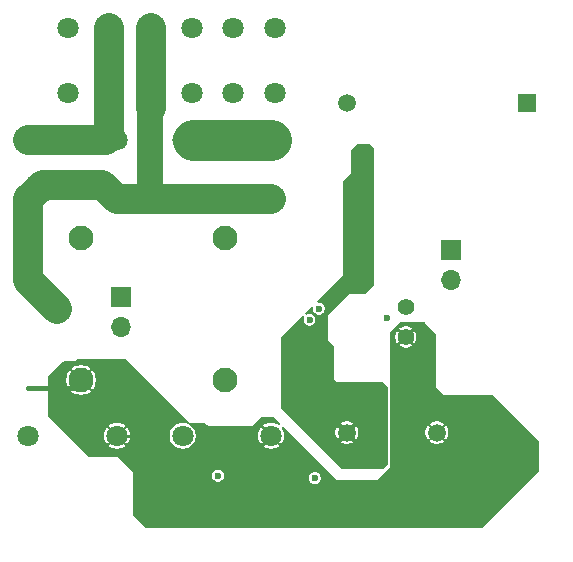
<source format=gbr>
%TF.GenerationSoftware,KiCad,Pcbnew,9.0.0*%
%TF.CreationDate,2025-03-25T19:49:10+01:00*%
%TF.ProjectId,raumtemp_relay,7261756d-7465-46d7-905f-72656c61792e,rev?*%
%TF.SameCoordinates,Original*%
%TF.FileFunction,Copper,L6,Bot*%
%TF.FilePolarity,Positive*%
%FSLAX46Y46*%
G04 Gerber Fmt 4.6, Leading zero omitted, Abs format (unit mm)*
G04 Created by KiCad (PCBNEW 9.0.0) date 2025-03-25 19:49:10*
%MOMM*%
%LPD*%
G01*
G04 APERTURE LIST*
%TA.AperFunction,ComponentPad*%
%ADD10C,1.803400*%
%TD*%
%TA.AperFunction,ComponentPad*%
%ADD11C,1.400000*%
%TD*%
%TA.AperFunction,ComponentPad*%
%ADD12R,1.700000X1.700000*%
%TD*%
%TA.AperFunction,ComponentPad*%
%ADD13O,1.700000X1.700000*%
%TD*%
%TA.AperFunction,ComponentPad*%
%ADD14C,1.800000*%
%TD*%
%TA.AperFunction,ComponentPad*%
%ADD15C,2.100000*%
%TD*%
%TA.AperFunction,ComponentPad*%
%ADD16R,1.508000X1.508000*%
%TD*%
%TA.AperFunction,ComponentPad*%
%ADD17C,1.508000*%
%TD*%
%TA.AperFunction,ViaPad*%
%ADD18C,0.600000*%
%TD*%
%TA.AperFunction,Conductor*%
%ADD19C,2.500000*%
%TD*%
%TA.AperFunction,Conductor*%
%ADD20C,0.250000*%
%TD*%
%TA.AperFunction,Conductor*%
%ADD21C,0.400000*%
%TD*%
%TA.AperFunction,Conductor*%
%ADD22C,2.200000*%
%TD*%
%TA.AperFunction,Conductor*%
%ADD23C,3.500000*%
%TD*%
G04 APERTURE END LIST*
D10*
%TO.P,K3,1,1*%
%TO.N,Net-(D2-A)*%
X135725000Y-99180000D03*
%TO.P,K3,3,3*%
%TO.N,Net-(J1-3)*%
X135725000Y-79180000D03*
%TO.P,K3,4,4*%
%TO.N,Net-(J1-6)*%
X135725000Y-74180000D03*
%TO.P,K3,5,5*%
X143225000Y-74180000D03*
%TO.P,K3,6,6*%
%TO.N,Net-(J1-3)*%
X143225000Y-79180000D03*
%TO.P,K3,8,8*%
%TO.N,+VDC*%
X143225000Y-99180000D03*
%TD*%
%TO.P,K2,1,1*%
%TO.N,Net-(D1-A)*%
X122675000Y-99180000D03*
%TO.P,K2,3,3*%
%TO.N,Net-(J1-3)*%
X122675000Y-79180000D03*
%TO.P,K2,4,4*%
%TO.N,Net-(J1-2)*%
X122675000Y-74180000D03*
%TO.P,K2,5,5*%
X130175000Y-74180000D03*
%TO.P,K2,6,6*%
%TO.N,Net-(J1-3)*%
X130175000Y-79180000D03*
%TO.P,K2,8,8*%
%TO.N,+VDC*%
X130175000Y-99180000D03*
%TD*%
D11*
%TO.P,JP1,1,A*%
%TO.N,+VDC*%
X154625000Y-90830000D03*
%TO.P,JP1,2,B*%
%TO.N,+3V3*%
X154625000Y-88290000D03*
%TD*%
D12*
%TO.P,J3,1,Pin_1*%
%TO.N,+3V3*%
X158425000Y-83480000D03*
D13*
%TO.P,J3,2,Pin_2*%
%TO.N,GND*%
X158425000Y-86020000D03*
%TD*%
D12*
%TO.P,J2,1,Pin_1*%
%TO.N,Net-(J2-Pin_1)*%
X130524656Y-87480000D03*
D13*
%TO.P,J2,2,Pin_2*%
%TO.N,Net-(J2-Pin_2)*%
X130524656Y-90020000D03*
%TD*%
D14*
%TO.P,J1,1_A,1*%
%TO.N,Net-(J1-1)*%
X126036723Y-70200000D03*
%TO.P,J1,1_B,1__1*%
X126036723Y-64700000D03*
%TO.P,J1,2_A,2*%
%TO.N,Net-(J1-2)*%
X129536723Y-70200000D03*
%TO.P,J1,2_B,2__1*%
X129536723Y-64700000D03*
%TO.P,J1,3_A,3*%
%TO.N,Net-(J1-3)*%
X133036723Y-70200000D03*
%TO.P,J1,3_B,3__1*%
X133036723Y-64700000D03*
%TO.P,J1,4_A,4*%
%TO.N,Net-(J1-4)*%
X136536723Y-70200000D03*
%TO.P,J1,4_B,4__1*%
X136536723Y-64700000D03*
%TO.P,J1,5_A,5*%
%TO.N,Net-(J1-5)*%
X140036723Y-70200000D03*
%TO.P,J1,5_B,5__1*%
X140036723Y-64700000D03*
%TO.P,J1,6_A,6*%
%TO.N,Net-(J1-6)*%
X143536723Y-70200000D03*
%TO.P,J1,6_B,6__1*%
X143536723Y-64700000D03*
%TD*%
D15*
%TO.P,K1,COIL1*%
%TO.N,+VDC*%
X127125000Y-94480000D03*
%TO.P,K1,COIL2*%
%TO.N,Net-(D1-A)*%
X127125000Y-82480000D03*
%TO.P,K1,COM*%
%TO.N,Net-(J1-3)*%
X125125000Y-88480000D03*
%TO.P,K1,NC*%
%TO.N,Net-(J1-6)*%
X139325000Y-94480000D03*
%TO.P,K1,NO*%
%TO.N,Net-(J1-5)*%
X139325000Y-82480000D03*
%TD*%
D16*
%TO.P,PS1,1,VAC_IN(L)*%
%TO.N,Net-(J1-3)*%
X164864545Y-70981894D03*
D17*
%TO.P,PS1,2,VAC_IN(N)*%
%TO.N,Net-(J1-1)*%
X149624545Y-70981894D03*
%TO.P,PS1,3,-VOUT*%
%TO.N,GND*%
X149624545Y-98921894D03*
%TO.P,PS1,4,+VOUT*%
%TO.N,+VDC*%
X157244545Y-98921894D03*
%TD*%
D18*
%TO.N,+VDC*%
X153050000Y-89255000D03*
X147275000Y-88430000D03*
X146475000Y-89380000D03*
%TO.N,GND*%
X146475000Y-90580000D03*
X146475000Y-91230000D03*
X145125000Y-91430000D03*
X150825000Y-95980000D03*
X149225000Y-86780000D03*
X150125000Y-77380000D03*
%TO.N,+VDC*%
X156025000Y-98280000D03*
X154925000Y-94580000D03*
%TO.N,Net-(J2-Pin_2)*%
X146925000Y-102780000D03*
%TO.N,Net-(J2-Pin_1)*%
X138725000Y-102580000D03*
%TD*%
D19*
%TO.N,Net-(J1-3)*%
X123675000Y-78180000D02*
X122675000Y-79180000D01*
X123875000Y-77930000D02*
X123675000Y-78130000D01*
X128925000Y-77930000D02*
X123875000Y-77930000D01*
X123675000Y-78130000D02*
X123675000Y-78180000D01*
X130175000Y-79180000D02*
X128925000Y-77930000D01*
%TO.N,Net-(J1-2)*%
X129245209Y-74180000D02*
X122675000Y-74180000D01*
X129536723Y-73888486D02*
X129245209Y-74180000D01*
X129536723Y-70200000D02*
X129536723Y-73888486D01*
D20*
%TO.N,+VDC*%
X130175000Y-99180000D02*
X132425000Y-99180000D01*
X132425000Y-99180000D02*
X134125000Y-100880000D01*
X141525000Y-100880000D02*
X143225000Y-99180000D01*
D21*
X122675000Y-95180000D02*
X126425000Y-95180000D01*
D20*
X134125000Y-100880000D02*
X141525000Y-100880000D01*
D21*
X126425000Y-95180000D02*
X127125000Y-94480000D01*
D19*
%TO.N,Net-(J1-3)*%
X133036723Y-64700000D02*
X133036723Y-70200000D01*
X122675000Y-86030000D02*
X125125000Y-88480000D01*
D22*
X132975000Y-71541723D02*
X133036723Y-71480000D01*
D19*
X133025000Y-79097108D02*
X133025000Y-78997108D01*
X133025000Y-78997108D02*
X133042108Y-78980000D01*
X143225000Y-79180000D02*
X135725000Y-79180000D01*
X122675000Y-79180000D02*
X122675000Y-86030000D01*
X133042108Y-78980000D02*
X132975000Y-78912892D01*
X133036723Y-70200000D02*
X133042108Y-70205385D01*
X133036723Y-71480000D02*
X133036723Y-70200000D01*
D22*
X132975000Y-78912892D02*
X132975000Y-71541723D01*
D19*
X135725000Y-79180000D02*
X130175000Y-79180000D01*
%TO.N,Net-(J1-2)*%
X129536723Y-64700000D02*
X129536723Y-70200000D01*
D23*
%TO.N,Net-(J1-6)*%
X136647091Y-74180000D02*
X136634164Y-74167073D01*
X143225000Y-74180000D02*
X136647091Y-74180000D01*
%TD*%
%TA.AperFunction,Conductor*%
%TO.N,GND*%
G36*
X151542183Y-74498907D02*
G01*
X151553996Y-74508996D01*
X151896004Y-74851004D01*
X151923781Y-74905521D01*
X151925000Y-74921008D01*
X151925000Y-86338992D01*
X151906093Y-86397183D01*
X151896004Y-86408996D01*
X151153996Y-87151004D01*
X151099479Y-87178781D01*
X151083992Y-87180000D01*
X149825000Y-87180000D01*
X148025000Y-88980000D01*
X148025000Y-91080000D01*
X148496005Y-91551005D01*
X148523781Y-91605520D01*
X148525000Y-91621007D01*
X148525000Y-94380000D01*
X148825000Y-94680000D01*
X152683992Y-94680000D01*
X152742183Y-94698907D01*
X152753996Y-94708996D01*
X153090504Y-95045504D01*
X153118281Y-95100021D01*
X153119500Y-95115508D01*
X153119500Y-101544492D01*
X153100593Y-101602683D01*
X153090504Y-101614496D01*
X152753996Y-101951004D01*
X152699479Y-101978781D01*
X152683992Y-101980000D01*
X149166008Y-101980000D01*
X149107817Y-101961093D01*
X149096004Y-101951004D01*
X145972930Y-98827930D01*
X148670545Y-98827930D01*
X148670545Y-99015857D01*
X148707207Y-99200165D01*
X148707207Y-99200167D01*
X148779119Y-99373779D01*
X148823457Y-99440137D01*
X149156525Y-99107068D01*
X149158620Y-99114887D01*
X149224446Y-99228901D01*
X149317538Y-99321993D01*
X149431552Y-99387819D01*
X149439366Y-99389913D01*
X149106300Y-99722980D01*
X149172659Y-99767319D01*
X149346272Y-99839231D01*
X149530581Y-99875893D01*
X149530585Y-99875894D01*
X149718505Y-99875894D01*
X149718508Y-99875893D01*
X149902816Y-99839231D01*
X149902818Y-99839231D01*
X150076430Y-99767319D01*
X150142788Y-99722980D01*
X149809721Y-99389913D01*
X149817538Y-99387819D01*
X149931552Y-99321993D01*
X150024644Y-99228901D01*
X150090470Y-99114887D01*
X150092564Y-99107070D01*
X150425631Y-99440137D01*
X150469970Y-99373779D01*
X150541882Y-99200167D01*
X150541882Y-99200165D01*
X150578544Y-99015857D01*
X150578545Y-99015853D01*
X150578545Y-98827934D01*
X150578544Y-98827930D01*
X150541882Y-98643622D01*
X150541882Y-98643620D01*
X150469970Y-98470008D01*
X150425631Y-98403649D01*
X150092564Y-98736715D01*
X150090470Y-98728901D01*
X150024644Y-98614887D01*
X149931552Y-98521795D01*
X149817538Y-98455969D01*
X149809719Y-98453874D01*
X150142788Y-98120806D01*
X150076430Y-98076468D01*
X149902817Y-98004556D01*
X149718508Y-97967894D01*
X149530581Y-97967894D01*
X149346273Y-98004556D01*
X149346271Y-98004556D01*
X149172656Y-98076469D01*
X149172656Y-98076470D01*
X149106300Y-98120806D01*
X149439368Y-98453874D01*
X149431552Y-98455969D01*
X149317538Y-98521795D01*
X149224446Y-98614887D01*
X149158620Y-98728901D01*
X149156525Y-98736717D01*
X148823457Y-98403649D01*
X148779121Y-98470005D01*
X148779120Y-98470005D01*
X148707207Y-98643620D01*
X148707207Y-98643622D01*
X148670545Y-98827930D01*
X145972930Y-98827930D01*
X144053996Y-96908996D01*
X144026219Y-96854479D01*
X144025000Y-96838992D01*
X144025000Y-90928821D01*
X144043907Y-90870630D01*
X144053990Y-90858823D01*
X145862929Y-89049884D01*
X145917442Y-89022110D01*
X145977874Y-89031681D01*
X146021139Y-89074946D01*
X146030710Y-89135378D01*
X146018668Y-89169387D01*
X146008609Y-89186810D01*
X146008608Y-89186814D01*
X145974500Y-89314108D01*
X145974500Y-89445892D01*
X145975115Y-89448186D01*
X146008609Y-89573190D01*
X146074496Y-89687309D01*
X146074498Y-89687311D01*
X146074500Y-89687314D01*
X146167686Y-89780500D01*
X146167688Y-89780501D01*
X146167690Y-89780503D01*
X146281810Y-89846390D01*
X146281808Y-89846390D01*
X146281812Y-89846391D01*
X146281814Y-89846392D01*
X146409108Y-89880500D01*
X146409110Y-89880500D01*
X146540890Y-89880500D01*
X146540892Y-89880500D01*
X146668186Y-89846392D01*
X146668188Y-89846390D01*
X146668190Y-89846390D01*
X146782309Y-89780503D01*
X146782309Y-89780502D01*
X146782314Y-89780500D01*
X146875500Y-89687314D01*
X146941392Y-89573186D01*
X146975500Y-89445892D01*
X146975500Y-89314108D01*
X146941392Y-89186814D01*
X146941390Y-89186810D01*
X146941390Y-89186809D01*
X146875503Y-89072690D01*
X146875501Y-89072688D01*
X146875500Y-89072686D01*
X146782314Y-88979500D01*
X146782311Y-88979498D01*
X146782309Y-88979496D01*
X146668189Y-88913609D01*
X146668191Y-88913609D01*
X146603927Y-88896390D01*
X146540892Y-88879500D01*
X146409108Y-88879500D01*
X146346066Y-88896392D01*
X146281810Y-88913609D01*
X146264390Y-88923667D01*
X146204542Y-88936388D01*
X146148646Y-88911501D01*
X146118054Y-88858512D01*
X146124450Y-88797662D01*
X146144884Y-88767929D01*
X146605498Y-88307315D01*
X146660013Y-88279540D01*
X146720445Y-88289111D01*
X146763710Y-88332376D01*
X146774500Y-88377321D01*
X146774500Y-88495892D01*
X146804579Y-88608151D01*
X146808609Y-88623190D01*
X146874496Y-88737309D01*
X146874498Y-88737311D01*
X146874500Y-88737314D01*
X146967686Y-88830500D01*
X146967688Y-88830501D01*
X146967690Y-88830503D01*
X147081810Y-88896390D01*
X147081808Y-88896390D01*
X147081812Y-88896391D01*
X147081814Y-88896392D01*
X147209108Y-88930500D01*
X147209110Y-88930500D01*
X147340890Y-88930500D01*
X147340892Y-88930500D01*
X147468186Y-88896392D01*
X147468188Y-88896390D01*
X147468190Y-88896390D01*
X147582309Y-88830503D01*
X147582309Y-88830502D01*
X147582314Y-88830500D01*
X147675500Y-88737314D01*
X147741392Y-88623186D01*
X147775500Y-88495892D01*
X147775500Y-88364108D01*
X147741392Y-88236814D01*
X147741390Y-88236811D01*
X147741390Y-88236809D01*
X147675503Y-88122690D01*
X147675501Y-88122688D01*
X147675500Y-88122686D01*
X147582314Y-88029500D01*
X147582311Y-88029498D01*
X147582309Y-88029496D01*
X147468189Y-87963609D01*
X147468191Y-87963609D01*
X147418799Y-87950375D01*
X147340892Y-87929500D01*
X147222321Y-87929500D01*
X147164130Y-87910593D01*
X147128166Y-87861093D01*
X147128166Y-87799907D01*
X147152315Y-87760498D01*
X149225500Y-85687314D01*
X149291392Y-85573186D01*
X149325500Y-85445892D01*
X149325500Y-85314107D01*
X149325500Y-77720507D01*
X149344407Y-77662316D01*
X149354490Y-77650509D01*
X150025000Y-76980000D01*
X150025000Y-75021008D01*
X150043907Y-74962817D01*
X150053996Y-74951004D01*
X150496004Y-74508996D01*
X150550521Y-74481219D01*
X150566008Y-74480000D01*
X151483992Y-74480000D01*
X151542183Y-74498907D01*
G37*
%TD.AperFunction*%
%TD*%
%TA.AperFunction,Conductor*%
%TO.N,+VDC*%
G36*
X130942183Y-92698907D02*
G01*
X130953996Y-92708996D01*
X136234917Y-97989917D01*
X136262693Y-98044432D01*
X136253122Y-98104864D01*
X136209857Y-98148129D01*
X136149425Y-98157700D01*
X136134320Y-98154074D01*
X135983096Y-98104939D01*
X135811748Y-98077800D01*
X135811745Y-98077800D01*
X135638255Y-98077800D01*
X135638252Y-98077800D01*
X135466903Y-98104939D01*
X135301903Y-98158550D01*
X135147323Y-98237312D01*
X135006966Y-98339288D01*
X134884288Y-98461966D01*
X134782312Y-98602323D01*
X134703550Y-98756903D01*
X134649939Y-98921903D01*
X134622800Y-99093251D01*
X134622800Y-99266748D01*
X134649939Y-99438096D01*
X134703550Y-99603096D01*
X134744314Y-99683101D01*
X134782314Y-99757679D01*
X134884289Y-99898035D01*
X135006965Y-100020711D01*
X135147321Y-100122686D01*
X135301902Y-100201449D01*
X135466901Y-100255060D01*
X135535442Y-100265916D01*
X135638252Y-100282200D01*
X135638255Y-100282200D01*
X135811748Y-100282200D01*
X135897422Y-100268630D01*
X135983099Y-100255060D01*
X136148098Y-100201449D01*
X136302679Y-100122686D01*
X136443035Y-100020711D01*
X136565711Y-99898035D01*
X136667686Y-99757679D01*
X136746449Y-99603098D01*
X136800060Y-99438099D01*
X136827200Y-99266745D01*
X136827200Y-99093255D01*
X136827200Y-99093251D01*
X136800060Y-98921903D01*
X136800060Y-98921901D01*
X136746449Y-98756902D01*
X136667686Y-98602321D01*
X136565711Y-98461965D01*
X136443035Y-98339289D01*
X136332652Y-98259091D01*
X136296690Y-98209593D01*
X136296690Y-98148407D01*
X136332654Y-98098907D01*
X136390845Y-98080000D01*
X137576178Y-98080000D01*
X137634369Y-98098907D01*
X137646182Y-98108996D01*
X137724500Y-98187314D01*
X137724499Y-98187314D01*
X137817685Y-98280499D01*
X137817690Y-98280503D01*
X137931810Y-98346390D01*
X137931808Y-98346390D01*
X137931812Y-98346391D01*
X137931814Y-98346392D01*
X138059108Y-98380500D01*
X138059110Y-98380500D01*
X141490890Y-98380500D01*
X141490892Y-98380500D01*
X141618186Y-98346392D01*
X141618188Y-98346390D01*
X141618190Y-98346390D01*
X141732309Y-98280503D01*
X141732309Y-98280502D01*
X141732314Y-98280500D01*
X142403818Y-97608996D01*
X142458335Y-97581219D01*
X142473822Y-97580000D01*
X143383992Y-97580000D01*
X143442183Y-97598907D01*
X143453996Y-97608996D01*
X143938044Y-98093044D01*
X143965821Y-98147561D01*
X143956250Y-98207993D01*
X143912985Y-98251258D01*
X143852553Y-98260829D01*
X143809850Y-98243141D01*
X143802420Y-98237742D01*
X143802416Y-98237740D01*
X143647906Y-98159014D01*
X143482977Y-98105425D01*
X143311709Y-98078300D01*
X143138291Y-98078300D01*
X142967022Y-98105425D01*
X142802093Y-98159014D01*
X142647583Y-98237740D01*
X142647579Y-98237742D01*
X142518179Y-98331757D01*
X142842810Y-98656388D01*
X142812115Y-98676899D01*
X142721899Y-98767115D01*
X142701388Y-98797811D01*
X142376757Y-98473179D01*
X142282742Y-98602579D01*
X142282740Y-98602583D01*
X142204014Y-98757093D01*
X142150425Y-98922022D01*
X142123300Y-99093290D01*
X142123300Y-99266709D01*
X142150425Y-99437977D01*
X142204014Y-99602906D01*
X142282739Y-99757414D01*
X142376758Y-99886819D01*
X142701388Y-99562188D01*
X142721899Y-99592885D01*
X142812115Y-99683101D01*
X142842809Y-99703610D01*
X142518179Y-100028240D01*
X142518179Y-100028241D01*
X142647577Y-100122255D01*
X142647583Y-100122259D01*
X142802093Y-100200985D01*
X142967022Y-100254574D01*
X143138291Y-100281700D01*
X143311709Y-100281700D01*
X143482977Y-100254574D01*
X143647906Y-100200985D01*
X143802416Y-100122259D01*
X143802422Y-100122255D01*
X143931819Y-100028241D01*
X143931819Y-100028240D01*
X143607189Y-99703611D01*
X143637885Y-99683101D01*
X143728101Y-99592885D01*
X143748611Y-99562189D01*
X144073240Y-99886819D01*
X144073241Y-99886819D01*
X144167255Y-99757422D01*
X144167259Y-99757416D01*
X144245985Y-99602906D01*
X144299574Y-99437977D01*
X144326700Y-99266709D01*
X144326700Y-99093290D01*
X144299574Y-98922022D01*
X144245985Y-98757093D01*
X144167259Y-98602583D01*
X144161856Y-98595146D01*
X144142951Y-98536955D01*
X144161860Y-98478765D01*
X144211362Y-98442802D01*
X144272547Y-98442804D01*
X144311952Y-98466952D01*
X148825000Y-102980000D01*
X152224999Y-102980000D01*
X152225000Y-102980000D01*
X153325000Y-101880000D01*
X153325000Y-98827930D01*
X156290545Y-98827930D01*
X156290545Y-99015857D01*
X156327207Y-99200165D01*
X156327207Y-99200167D01*
X156399119Y-99373779D01*
X156500102Y-99524912D01*
X156826754Y-99198259D01*
X156844446Y-99228901D01*
X156937538Y-99321993D01*
X156968177Y-99339682D01*
X156641525Y-99666335D01*
X156792659Y-99767319D01*
X156966272Y-99839231D01*
X157150581Y-99875893D01*
X157150585Y-99875894D01*
X157338505Y-99875894D01*
X157338508Y-99875893D01*
X157522816Y-99839231D01*
X157522818Y-99839231D01*
X157696429Y-99767319D01*
X157847563Y-99666335D01*
X157520911Y-99339683D01*
X157551552Y-99321993D01*
X157644644Y-99228901D01*
X157662334Y-99198260D01*
X157988986Y-99524912D01*
X158089970Y-99373778D01*
X158161882Y-99200167D01*
X158161882Y-99200165D01*
X158198544Y-99015857D01*
X158198545Y-99015853D01*
X158198545Y-98827934D01*
X158198544Y-98827930D01*
X158161882Y-98643622D01*
X158161882Y-98643620D01*
X158089970Y-98470008D01*
X157988986Y-98318874D01*
X157662333Y-98645526D01*
X157644644Y-98614887D01*
X157551552Y-98521795D01*
X157520910Y-98504103D01*
X157847563Y-98177451D01*
X157696430Y-98076468D01*
X157522817Y-98004556D01*
X157338508Y-97967894D01*
X157150581Y-97967894D01*
X156966273Y-98004556D01*
X156966271Y-98004556D01*
X156792659Y-98076468D01*
X156641525Y-98177451D01*
X156968178Y-98504104D01*
X156937538Y-98521795D01*
X156844446Y-98614887D01*
X156826755Y-98645527D01*
X156500102Y-98318874D01*
X156399119Y-98470008D01*
X156327207Y-98643620D01*
X156327207Y-98643622D01*
X156290545Y-98827930D01*
X153325000Y-98827930D01*
X153325000Y-95180000D01*
X154125000Y-94380000D01*
X157225000Y-94380000D01*
X157225000Y-95180000D01*
X157825000Y-95780000D01*
X161983992Y-95780000D01*
X162042183Y-95798907D01*
X162053996Y-95808996D01*
X165896004Y-99651004D01*
X165923781Y-99705521D01*
X165925000Y-99721008D01*
X165925000Y-102138992D01*
X165906093Y-102197183D01*
X165896004Y-102208996D01*
X161134496Y-106970504D01*
X161079979Y-106998281D01*
X161064492Y-106999500D01*
X132685508Y-106999500D01*
X132627317Y-106980593D01*
X132615504Y-106970504D01*
X131553996Y-105908996D01*
X131526219Y-105854479D01*
X131525000Y-105838992D01*
X131525000Y-102514108D01*
X138224500Y-102514108D01*
X138224500Y-102645892D01*
X138227785Y-102658151D01*
X138258609Y-102773190D01*
X138324496Y-102887309D01*
X138324498Y-102887311D01*
X138324500Y-102887314D01*
X138417686Y-102980500D01*
X138417688Y-102980501D01*
X138417690Y-102980503D01*
X138531810Y-103046390D01*
X138531808Y-103046390D01*
X138531812Y-103046391D01*
X138531814Y-103046392D01*
X138659108Y-103080500D01*
X138659110Y-103080500D01*
X138790890Y-103080500D01*
X138790892Y-103080500D01*
X138918186Y-103046392D01*
X138918188Y-103046390D01*
X138918190Y-103046390D01*
X139032309Y-102980503D01*
X139032309Y-102980502D01*
X139032314Y-102980500D01*
X139125500Y-102887314D01*
X139149416Y-102845890D01*
X139191390Y-102773190D01*
X139191390Y-102773188D01*
X139191392Y-102773186D01*
X139207222Y-102714108D01*
X146424500Y-102714108D01*
X146424500Y-102845892D01*
X146430660Y-102868880D01*
X146458609Y-102973190D01*
X146524496Y-103087309D01*
X146524498Y-103087311D01*
X146524500Y-103087314D01*
X146617686Y-103180500D01*
X146617688Y-103180501D01*
X146617690Y-103180503D01*
X146731810Y-103246390D01*
X146731808Y-103246390D01*
X146731812Y-103246391D01*
X146731814Y-103246392D01*
X146859108Y-103280500D01*
X146859110Y-103280500D01*
X146990890Y-103280500D01*
X146990892Y-103280500D01*
X147118186Y-103246392D01*
X147118188Y-103246390D01*
X147118190Y-103246390D01*
X147232309Y-103180503D01*
X147232309Y-103180502D01*
X147232314Y-103180500D01*
X147325500Y-103087314D01*
X147329434Y-103080500D01*
X147391390Y-102973190D01*
X147391390Y-102973188D01*
X147391392Y-102973186D01*
X147425500Y-102845892D01*
X147425500Y-102714108D01*
X147391392Y-102586814D01*
X147391390Y-102586811D01*
X147391390Y-102586809D01*
X147325503Y-102472690D01*
X147325501Y-102472688D01*
X147325500Y-102472686D01*
X147232314Y-102379500D01*
X147232311Y-102379498D01*
X147232309Y-102379496D01*
X147118189Y-102313609D01*
X147118191Y-102313609D01*
X147068799Y-102300375D01*
X146990892Y-102279500D01*
X146859108Y-102279500D01*
X146781200Y-102300375D01*
X146731809Y-102313609D01*
X146617690Y-102379496D01*
X146524496Y-102472690D01*
X146458609Y-102586809D01*
X146442778Y-102645892D01*
X146424500Y-102714108D01*
X139207222Y-102714108D01*
X139225500Y-102645892D01*
X139225500Y-102514108D01*
X139191392Y-102386814D01*
X139191390Y-102386811D01*
X139191390Y-102386809D01*
X139125503Y-102272690D01*
X139125501Y-102272688D01*
X139125500Y-102272686D01*
X139032314Y-102179500D01*
X139032311Y-102179498D01*
X139032309Y-102179496D01*
X138918189Y-102113609D01*
X138918191Y-102113609D01*
X138868799Y-102100375D01*
X138790892Y-102079500D01*
X138659108Y-102079500D01*
X138581200Y-102100375D01*
X138531809Y-102113609D01*
X138417690Y-102179496D01*
X138324496Y-102272690D01*
X138258609Y-102386809D01*
X138258608Y-102386814D01*
X138224500Y-102514108D01*
X131525000Y-102514108D01*
X131525000Y-102280001D01*
X131525000Y-102280000D01*
X130225000Y-100980000D01*
X130224999Y-100980000D01*
X127866008Y-100980000D01*
X127807817Y-100961093D01*
X127796004Y-100951004D01*
X125938290Y-99093290D01*
X129073300Y-99093290D01*
X129073300Y-99266709D01*
X129100425Y-99437977D01*
X129154014Y-99602906D01*
X129232739Y-99757414D01*
X129326758Y-99886819D01*
X129651388Y-99562188D01*
X129671899Y-99592885D01*
X129762115Y-99683101D01*
X129792809Y-99703610D01*
X129468179Y-100028240D01*
X129468179Y-100028241D01*
X129597577Y-100122255D01*
X129597583Y-100122259D01*
X129752093Y-100200985D01*
X129917022Y-100254574D01*
X130088291Y-100281700D01*
X130261709Y-100281700D01*
X130432977Y-100254574D01*
X130597906Y-100200985D01*
X130752416Y-100122259D01*
X130752422Y-100122255D01*
X130881819Y-100028241D01*
X130881819Y-100028240D01*
X130557189Y-99703611D01*
X130587885Y-99683101D01*
X130678101Y-99592885D01*
X130698611Y-99562189D01*
X131023240Y-99886819D01*
X131023241Y-99886819D01*
X131117255Y-99757422D01*
X131117259Y-99757416D01*
X131195985Y-99602906D01*
X131249574Y-99437977D01*
X131276700Y-99266709D01*
X131276700Y-99093290D01*
X131249574Y-98922022D01*
X131195985Y-98757093D01*
X131117259Y-98602583D01*
X131117255Y-98602577D01*
X131023241Y-98473179D01*
X131023240Y-98473179D01*
X130698610Y-98797809D01*
X130678101Y-98767115D01*
X130587885Y-98676899D01*
X130557188Y-98656388D01*
X130881819Y-98331758D01*
X130752414Y-98237739D01*
X130597906Y-98159014D01*
X130432977Y-98105425D01*
X130261709Y-98078300D01*
X130088291Y-98078300D01*
X129917022Y-98105425D01*
X129752093Y-98159014D01*
X129597583Y-98237740D01*
X129597579Y-98237742D01*
X129468179Y-98331757D01*
X129792811Y-98656388D01*
X129762115Y-98676899D01*
X129671899Y-98767115D01*
X129651388Y-98797811D01*
X129326757Y-98473179D01*
X129232742Y-98602579D01*
X129232740Y-98602583D01*
X129154014Y-98757093D01*
X129100425Y-98922022D01*
X129073300Y-99093290D01*
X125938290Y-99093290D01*
X124353996Y-97508996D01*
X124326219Y-97454479D01*
X124325000Y-97438992D01*
X124325000Y-94381619D01*
X125875000Y-94381619D01*
X125875000Y-94578380D01*
X125905778Y-94772710D01*
X125905779Y-94772714D01*
X125966576Y-94959826D01*
X125966578Y-94959829D01*
X126055903Y-95135142D01*
X126055907Y-95135148D01*
X126170587Y-95292989D01*
X126170588Y-95292989D01*
X126563681Y-94899895D01*
X126581274Y-94926224D01*
X126678776Y-95023726D01*
X126705103Y-95041316D01*
X126312009Y-95434411D01*
X126469852Y-95549092D01*
X126469857Y-95549096D01*
X126645170Y-95638421D01*
X126645173Y-95638423D01*
X126832285Y-95699220D01*
X126832289Y-95699221D01*
X127026620Y-95730000D01*
X127223380Y-95730000D01*
X127417710Y-95699221D01*
X127417714Y-95699220D01*
X127604826Y-95638423D01*
X127604829Y-95638421D01*
X127780142Y-95549096D01*
X127937989Y-95434411D01*
X127544895Y-95041317D01*
X127571224Y-95023726D01*
X127668726Y-94926224D01*
X127686317Y-94899895D01*
X128079411Y-95292989D01*
X128194096Y-95135142D01*
X128283421Y-94959829D01*
X128283423Y-94959826D01*
X128344220Y-94772714D01*
X128344221Y-94772710D01*
X128375000Y-94578380D01*
X128375000Y-94381619D01*
X128344221Y-94187289D01*
X128344220Y-94187285D01*
X128283423Y-94000173D01*
X128283421Y-94000170D01*
X128194096Y-93824857D01*
X128194092Y-93824852D01*
X128079411Y-93667009D01*
X127686316Y-94060103D01*
X127668726Y-94033776D01*
X127571224Y-93936274D01*
X127544894Y-93918681D01*
X127937989Y-93525588D01*
X127937989Y-93525587D01*
X127780148Y-93410907D01*
X127780142Y-93410903D01*
X127604829Y-93321578D01*
X127604826Y-93321576D01*
X127417714Y-93260779D01*
X127417710Y-93260778D01*
X127223380Y-93230000D01*
X127026620Y-93230000D01*
X126832289Y-93260778D01*
X126832285Y-93260779D01*
X126645173Y-93321576D01*
X126645170Y-93321578D01*
X126469857Y-93410903D01*
X126469851Y-93410907D01*
X126312009Y-93525587D01*
X126312009Y-93525588D01*
X126705103Y-93918682D01*
X126678776Y-93936274D01*
X126581274Y-94033776D01*
X126563682Y-94060103D01*
X126170588Y-93667009D01*
X126170587Y-93667009D01*
X126055907Y-93824851D01*
X126055903Y-93824857D01*
X125966578Y-94000170D01*
X125966576Y-94000173D01*
X125905779Y-94187285D01*
X125905778Y-94187289D01*
X125875000Y-94381619D01*
X124325000Y-94381619D01*
X124325000Y-94221008D01*
X124343907Y-94162817D01*
X124353996Y-94151004D01*
X125595504Y-92909496D01*
X125650021Y-92881719D01*
X125665508Y-92880500D01*
X126490890Y-92880500D01*
X126490892Y-92880500D01*
X126618186Y-92846392D01*
X126618188Y-92846390D01*
X126618190Y-92846390D01*
X126732309Y-92780503D01*
X126732309Y-92780502D01*
X126732314Y-92780500D01*
X126768066Y-92744747D01*
X126803819Y-92708996D01*
X126858336Y-92681219D01*
X126873822Y-92680000D01*
X130883992Y-92680000D01*
X130942183Y-92698907D01*
G37*
%TD.AperFunction*%
%TD*%
%TA.AperFunction,Conductor*%
%TO.N,+VDC*%
G36*
X156240677Y-89599685D02*
G01*
X156261319Y-89616319D01*
X157188681Y-90543681D01*
X157222166Y-90605004D01*
X157225000Y-90631362D01*
X157225000Y-94380000D01*
X154125000Y-94380000D01*
X153325000Y-95180000D01*
X153325000Y-90741353D01*
X153725000Y-90741353D01*
X153725000Y-90918646D01*
X153759584Y-91092512D01*
X153759586Y-91092520D01*
X153827428Y-91256307D01*
X153827433Y-91256315D01*
X153905329Y-91372893D01*
X154267474Y-91010748D01*
X154304920Y-91075606D01*
X154379394Y-91150080D01*
X154444250Y-91187524D01*
X154082104Y-91549670D01*
X154198683Y-91627566D01*
X154198692Y-91627571D01*
X154362479Y-91695413D01*
X154362487Y-91695415D01*
X154536353Y-91729999D01*
X154536357Y-91730000D01*
X154713643Y-91730000D01*
X154713646Y-91729999D01*
X154887512Y-91695415D01*
X154887520Y-91695413D01*
X155051307Y-91627571D01*
X155167894Y-91549670D01*
X154805749Y-91187524D01*
X154870606Y-91150080D01*
X154945080Y-91075606D01*
X154982525Y-91010749D01*
X155344670Y-91372894D01*
X155422571Y-91256307D01*
X155490413Y-91092520D01*
X155490415Y-91092512D01*
X155524999Y-90918646D01*
X155525000Y-90918643D01*
X155525000Y-90741357D01*
X155524999Y-90741353D01*
X155490415Y-90567487D01*
X155490413Y-90567479D01*
X155422571Y-90403692D01*
X155422566Y-90403683D01*
X155344670Y-90287104D01*
X154982524Y-90649250D01*
X154945080Y-90584394D01*
X154870606Y-90509920D01*
X154805749Y-90472474D01*
X155167893Y-90110329D01*
X155167893Y-90110328D01*
X155051315Y-90032433D01*
X155051307Y-90032428D01*
X154887520Y-89964586D01*
X154887512Y-89964584D01*
X154713646Y-89930000D01*
X154536353Y-89930000D01*
X154362487Y-89964584D01*
X154362479Y-89964586D01*
X154198691Y-90032429D01*
X154082105Y-90110328D01*
X154082105Y-90110329D01*
X154444250Y-90472474D01*
X154379394Y-90509920D01*
X154304920Y-90584394D01*
X154267474Y-90649250D01*
X153905329Y-90287105D01*
X153905328Y-90287105D01*
X153827429Y-90403691D01*
X153759586Y-90567479D01*
X153759584Y-90567487D01*
X153725000Y-90741353D01*
X153325000Y-90741353D01*
X153325000Y-90431362D01*
X153344685Y-90364323D01*
X153361319Y-90343681D01*
X154088681Y-89616319D01*
X154150004Y-89582834D01*
X154176362Y-89580000D01*
X156173638Y-89580000D01*
X156240677Y-89599685D01*
G37*
%TD.AperFunction*%
%TD*%
M02*

</source>
